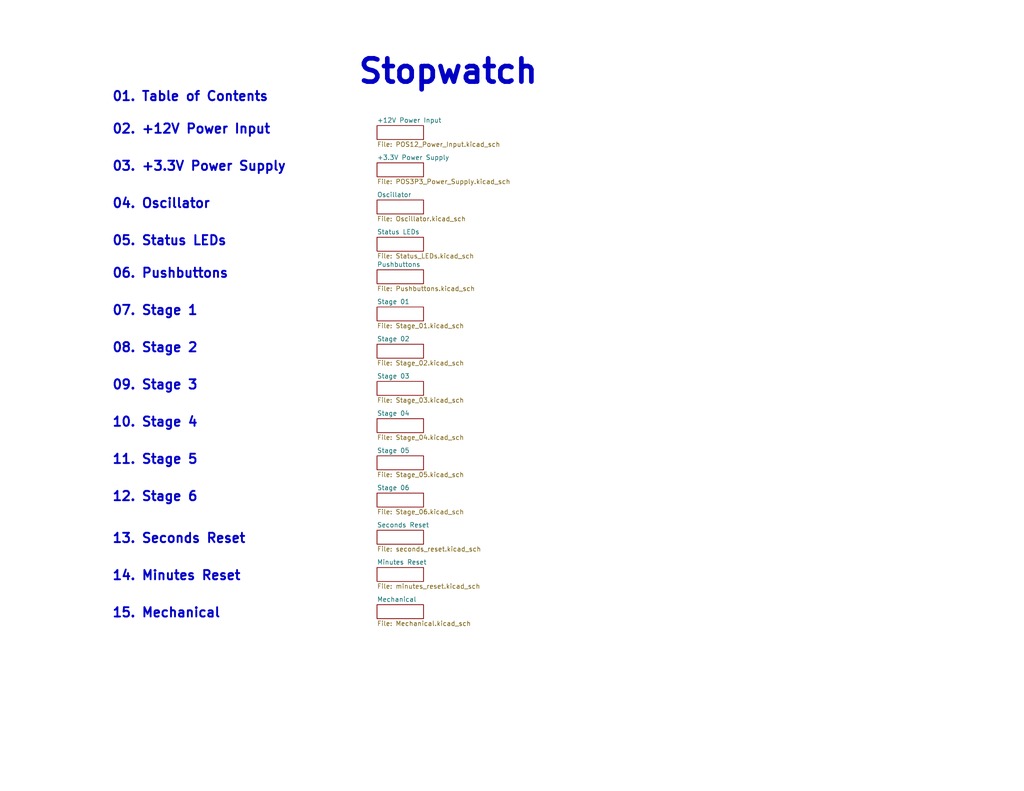
<source format=kicad_sch>
(kicad_sch (version 20230121) (generator eeschema)
  (paper "A")
  (title_block (title "Stopwatch") (date "2024-01-11") (rev "A") (company "Drew Maatman"))
  (lib_symbols)
  (text "12. Stage 6" (at 30.48 137.16 0) (effects (font (size 2.54 2.54) (thickness 0.508) bold) (justify left bottom)))
  (text "09. Stage 3" (at 30.48 106.68 0) (effects (font (size 2.54 2.54) (thickness 0.508) bold) (justify left bottom)))
  (text "05. Status LEDs" (at 30.48 67.31 0) (effects (font (size 2.54 2.54) (thickness 0.508) bold) (justify left bottom)))
  (text "10. Stage 4" (at 30.48 116.84 0) (effects (font (size 2.54 2.54) (thickness 0.508) bold) (justify left bottom)))
  (text "15. Mechanical" (at 30.48 168.91 0) (effects (font (size 2.54 2.54) (thickness 0.508) bold) (justify left bottom)))
  (text "Stopwatch" (at 97.282 23.368 0) (effects (font (size 6.35 6.35) (thickness 1.27) bold) (justify left bottom)))
  (text "03. +3.3V Power Supply" (at 30.48 46.99 0) (effects (font (size 2.54 2.54) (thickness 0.508) bold) (justify left bottom)))
  (text "01. Table of Contents" (at 30.48 27.94 0) (effects (font (size 2.54 2.54) (thickness 0.508) bold) (justify left bottom)))
  (text "14. Minutes Reset" (at 30.48 158.75 0) (effects (font (size 2.54 2.54) (thickness 0.508) bold) (justify left bottom)))
  (text "08. Stage 2" (at 30.48 96.52 0) (effects (font (size 2.54 2.54) (thickness 0.508) bold) (justify left bottom)))
  (text "06. Pushbuttons" (at 30.48 76.2 0) (effects (font (size 2.54 2.54) (thickness 0.508) bold) (justify left bottom)))
  (text "02. +12V Power Input" (at 30.48 36.83 0) (effects (font (size 2.54 2.54) (thickness 0.508) bold) (justify left bottom)))
  (text "07. Stage 1" (at 30.48 86.36 0) (effects (font (size 2.54 2.54) (thickness 0.508) bold) (justify left bottom)))
  (text "11. Stage 5" (at 30.48 127 0) (effects (font (size 2.54 2.54) (thickness 0.508) bold) (justify left bottom)))
  (text "13. Seconds Reset" (at 30.48 148.59 0) (effects (font (size 2.54 2.54) (thickness 0.508) bold) (justify left bottom)))
  (text "04. Oscillator" (at 30.48 57.15 0) (effects (font (size 2.54 2.54) (thickness 0.508) bold) (justify left bottom)))
  (sheet (at 102.87 83.82) (size 12.7 3.81)
    (property "Sheetname" "Stage 01" (at 102.87 83.1084 0) (effects (justify left bottom)))
    (property "Sheetfile" "Stage_01.kicad_sch" (at 102.87 88.2146 0) (effects (justify left top)))
  )
  (sheet (at 102.87 93.98) (size 12.7 3.81)
    (property "Sheetname" "Stage 02" (at 102.87 93.2684 0) (effects (justify left bottom)))
    (property "Sheetfile" "Stage_02.kicad_sch" (at 102.87 98.3746 0) (effects (justify left top)))
  )
  (sheet (at 102.87 104.14) (size 12.7 3.81)
    (property "Sheetname" "Stage 03" (at 102.87 103.4284 0) (effects (justify left bottom)))
    (property "Sheetfile" "Stage_03.kicad_sch" (at 102.87 108.5346 0) (effects (justify left top)))
  )
  (sheet (at 102.87 114.3) (size 12.7 3.81)
    (property "Sheetname" "Stage 04" (at 102.87 113.5884 0) (effects (justify left bottom)))
    (property "Sheetfile" "Stage_04.kicad_sch" (at 102.87 118.6946 0) (effects (justify left top)))
  )
  (sheet (at 102.87 124.46) (size 12.7 3.81)
    (property "Sheetname" "Stage 05" (at 102.87 123.7484 0) (effects (justify left bottom)))
    (property "Sheetfile" "Stage_05.kicad_sch" (at 102.87 128.8546 0) (effects (justify left top)))
  )
  (sheet (at 102.87 134.62) (size 12.7 3.81)
    (property "Sheetname" "Stage 06" (at 102.87 133.9084 0) (effects (justify left bottom)))
    (property "Sheetfile" "Stage_06.kicad_sch" (at 102.87 139.0146 0) (effects (justify left top)))
  )
  (sheet (at 102.87 64.77) (size 12.7 3.81)
    (property "Sheetname" "Status LEDs" (at 102.87 64.0584 0) (effects (justify left bottom)))
    (property "Sheetfile" "Status_LEDs.kicad_sch" (at 102.87 69.1646 0) (effects (justify left top)))
  )
  (sheet (at 102.87 73.66) (size 12.7 3.81)
    (property "Sheetname" "Pushbuttons" (at 102.87 72.9484 0) (effects (justify left bottom)))
    (property "Sheetfile" "Pushbuttons.kicad_sch" (at 102.87 78.0546 0) (effects (justify left top)))
  )
  (sheet (at 102.87 44.45) (size 12.7 3.81)
    (property "Sheetname" "+3.3V Power Supply" (at 102.87 43.7384 0) (effects (justify left bottom)))
    (property "Sheetfile" "POS3P3_Power_Supply.kicad_sch" (at 102.87 48.8446 0) (effects (justify left top)))
  )
  (sheet (at 102.87 34.29) (size 12.7 3.81)
    (property "Sheetname" "+12V Power Input" (at 102.87 33.5784 0) (effects (justify left bottom)))
    (property "Sheetfile" "POS12_Power_Input.kicad_sch" (at 102.87 38.6846 0) (effects (justify left top)))
  )
  (sheet (at 102.87 165.1) (size 12.7 3.81)
    (property "Sheetname" "Mechanical" (at 102.87 164.3884 0) (effects (justify left bottom)))
    (property "Sheetfile" "Mechanical.kicad_sch" (at 102.87 169.4946 0) (effects (justify left top)))
  )
  (sheet (at 102.87 54.61) (size 12.7 3.81)
    (property "Sheetname" "Oscillator" (at 102.87 53.8984 0) (effects (justify left bottom)))
    (property "Sheetfile" "Oscillator.kicad_sch" (at 102.87 59.0046 0) (effects (justify left top)))
  )
  (sheet (at 102.87 154.94) (size 12.7 3.81) (stroke (width 0.1524))
    (property "Sheetname" "Minutes Reset" (at 102.87 154.2284 0) (effects (justify left bottom)))
    (property "Sheetfile" "minutes_reset.kicad_sch" (at 102.87 159.3346 0) (effects (justify left top)))
  )
  (sheet (at 102.87 144.78) (size 12.7 3.81) (stroke (width 0.1524))
    (property "Sheetname" "Seconds Reset" (at 102.87 144.0684 0) (effects (justify left bottom)))
    (property "Sheetfile" "seconds_reset.kicad_sch" (at 102.87 149.1746 0) (effects (justify left top)))
  )
)
</source>
